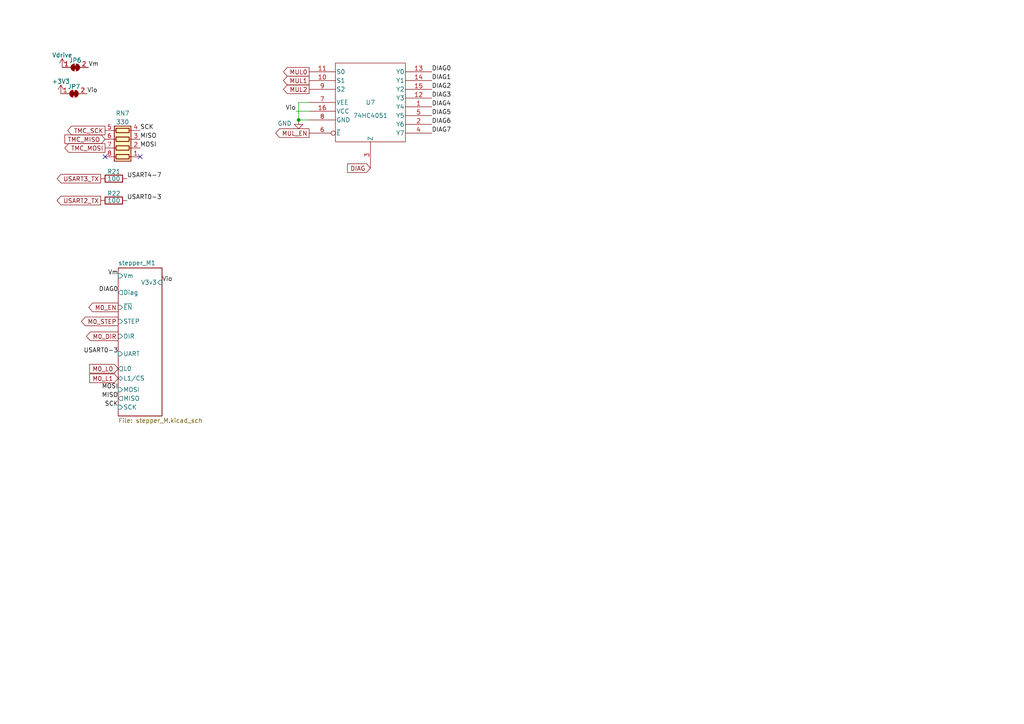
<source format=kicad_sch>
(kicad_sch (version 20211123) (generator eeschema)
  (paper "A4")
  (lib_symbols
    (symbol "Device:R" (pin_numbers hide) (pin_names (offset 0))
      (property "Reference" "R" (at 2.032 0 90))
      (property "Value" "R" (at 0 0 90))
      (symbol "R_0_1"
        (rectangle (start -1.016 -2.54) (end 1.016 2.54) (stroke (width 0.254)))
      )
      (symbol "R_1_1"
        (pin passive line (at 0 3.81 270) (length 1.27) (name "~") (number "1"))
        (pin passive line (at 0 -3.81 90) (length 1.27) (name "~") (number "2"))
      )
    )
    (symbol "Device:R_Pack04" (pin_names (offset 0) hide)
      (property "Reference" "RN" (at -7.62 0 90))
      (property "Value" "R_Pack04" (at 5.08 0 90))
      (symbol "R_Pack04_0_1"
        (rectangle (start -6.35 -2.413) (end 3.81 2.413) (stroke (width 0.254)) (fill (type background)))
        (rectangle (start -5.715 1.905) (end -4.445 -1.905) (stroke (width 0.254)))
        (rectangle (start -3.175 1.905) (end -1.905 -1.905) (stroke (width 0.254)))
        (rectangle (start -0.635 1.905) (end 0.635 -1.905) (stroke (width 0.254)))
        (polyline (pts (xy -5.08 -2.54) (xy -5.08 -1.905)))
        (polyline (pts (xy -5.08 1.905) (xy -5.08 2.54)))
        (polyline (pts (xy -2.54 -2.54) (xy -2.54 -1.905)))
        (polyline (pts (xy -2.54 1.905) (xy -2.54 2.54)))
        (polyline (pts (xy 0 -2.54) (xy 0 -1.905)))
        (polyline (pts (xy 0 1.905) (xy 0 2.54)))
        (polyline (pts (xy 2.54 -2.54) (xy 2.54 -1.905)))
        (polyline (pts (xy 2.54 1.905) (xy 2.54 2.54)))
        (rectangle (start 1.905 1.905) (end 3.175 -1.905) (stroke (width 0.254)))
      )
      (symbol "R_Pack04_1_1"
        (pin passive line (at -5.08 -5.08 90) (length 2.54) (name "R1.1") (number "1"))
        (pin passive line (at -2.54 -5.08 90) (length 2.54) (name "R2.1") (number "2"))
        (pin passive line (at 0 -5.08 90) (length 2.54) (name "R3.1") (number "3"))
        (pin passive line (at 2.54 -5.08 90) (length 2.54) (name "R4.1") (number "4"))
        (pin passive line (at 2.54 5.08 270) (length 2.54) (name "R4.2") (number "5"))
        (pin passive line (at 0 5.08 270) (length 2.54) (name "R3.2") (number "6"))
        (pin passive line (at -2.54 5.08 270) (length 2.54) (name "R2.2") (number "7"))
        (pin passive line (at -5.08 5.08 270) (length 2.54) (name "R1.2") (number "8"))
      )
    )
    (symbol "Jumper:SolderJumper_2_Bridged" (pin_names (offset 0) hide)
      (property "Reference" "JP" (at 0 2.032 0))
      (property "Value" "SolderJumper_2_Bridged" (at 0 -2.54 0))
      (symbol "SolderJumper_2_Bridged_0_1"
        (rectangle (start -0.508 0.508) (end 0.508 -0.508) (fill (type outline)))
        (arc (start -0.254 1.016) (mid -1.27 0) (end -0.254 -1.016))
        (arc (start -0.254 1.016) (mid -1.27 0) (end -0.254 -1.016) (fill (type outline)))
        (polyline (pts (xy -0.254 1.016) (xy -0.254 -1.016)))
        (polyline (pts (xy 0.254 1.016) (xy 0.254 -1.016)))
        (arc (start 0.254 -1.016) (mid 1.27 0) (end 0.254 1.016))
        (arc (start 0.254 -1.016) (mid 1.27 0) (end 0.254 1.016) (fill (type outline)))
      )
      (symbol "SolderJumper_2_Bridged_1_1"
        (pin passive line (at -3.81 0 0) (length 2.54) (name "A") (number "1"))
        (pin passive line (at 3.81 0 180) (length 2.54) (name "B") (number "2"))
      )
    )
    (symbol "power:+3.3V" (power) (pin_names (offset 0))
      (property "Value" "+3.3V" (at 0 3.556 0))
      (symbol "+3.3V_0_1"
        (polyline (pts (xy -0.762 1.27) (xy 0 2.54)))
        (polyline (pts (xy 0 0) (xy 0 2.54)))
        (polyline (pts (xy 0 2.54) (xy 0.762 1.27)))
      )
      (symbol "+3.3V_1_1"
        (pin power_in line (at 0 0 90) (length 0) hide (name "+3V3") (number "1"))
      )
    )
    (symbol "power:GND" (power) (pin_names (offset 0))
      (property "Value" "GND" (at 0 -3.81 0))
      (symbol "GND_0_1"
        (polyline (pts (xy 0 0) (xy 0 -1.27) (xy 1.27 -1.27) (xy 0 -2.54) (xy -1.27 -1.27) (xy 0 -1.27)))
      )
      (symbol "GND_1_1"
        (pin power_in line (at 0 0 270) (length 0) hide (name "GND") (number "1"))
      )
    )
    (symbol "power:Vdrive" (power) (pin_names (offset 0))
      (property "Value" "Vdrive" (at 0 3.81 0))
      (symbol "Vdrive_0_1"
        (polyline (pts (xy -0.762 1.27) (xy 0 2.54)))
        (polyline (pts (xy 0 0) (xy 0 2.54)))
        (polyline (pts (xy 0 2.54) (xy 0.762 1.27)))
      )
      (symbol "Vdrive_1_1"
        (pin power_in line (at 0 0 90) (length 0) hide (name "Vdrive") (number "1"))
      )
    )
    (symbol "stm32-rescue:74HC4051" (pin_names (offset 0.254))
      (property "Reference" "U" (at 0 0 0))
      (property "Value" "74HC4051" (at 0 -3.81 0))
      (symbol "74HC4051_0_1"
        (rectangle (start -10.16 11.43) (end 10.16 -11.43))
      )
      (symbol "74HC4051_1_1"
        (pin bidirectional line (at 17.78 -1.27 180) (length 7.62) (name "Y4") (number "1"))
        (pin input line (at -17.78 6.35 0) (length 7.62) (name "S1") (number "10"))
        (pin input line (at -17.78 8.89 0) (length 7.62) (name "S0") (number "11"))
        (pin bidirectional line (at 17.78 1.27 180) (length 7.62) (name "Y3") (number "12"))
        (pin bidirectional line (at 17.78 8.89 180) (length 7.62) (name "Y0") (number "13"))
        (pin bidirectional line (at 17.78 6.35 180) (length 7.62) (name "Y1") (number "14"))
        (pin bidirectional line (at 17.78 3.81 180) (length 7.62) (name "Y2") (number "15"))
        (pin power_in line (at -17.78 -2.54 0) (length 7.62) (name "VCC") (number "16"))
        (pin bidirectional line (at 17.78 -6.35 180) (length 7.62) (name "Y6") (number "2"))
        (pin bidirectional line (at 0 -19.05 90) (length 7.62) (name "Z") (number "3"))
        (pin bidirectional line (at 17.78 -8.89 180) (length 7.62) (name "Y7") (number "4"))
        (pin bidirectional line (at 17.78 -3.81 180) (length 7.62) (name "Y5") (number "5"))
        (pin input inverted (at -17.78 -8.89 0) (length 7.62) (name "~{E}") (number "6"))
        (pin power_in line (at -17.78 0 0) (length 7.62) (name "VEE") (number "7"))
        (pin power_in line (at -17.78 -5.08 0) (length 7.62) (name "GND") (number "8"))
        (pin input line (at -17.78 3.81 0) (length 7.62) (name "S2") (number "9"))
      )
    )
  )
  (junction (at 86.614 34.798))
  (no_connect (at 40.64 45.466))
  (no_connect (at 30.48 45.466))
  (wire (pts (xy 86.614 34.798) (xy 89.662 34.798)))
  (wire (pts (xy 89.662 29.718) (xy 86.614 29.718)))
  (wire (pts (xy 86.614 29.718) (xy 86.614 34.798)))
  (wire (pts (xy 85.852 32.258) (xy 89.662 32.258)))
  (label "DIAG0" (at 125.222 20.828 0))
  (label "DIAG7" (at 125.222 38.608 0))
  (label "MISO" (at 40.64 40.386 0))
  (label "Vm" (at 34.29 80.01 180))
  (label "USART0-3" (at 34.29 102.616 180))
  (label "Vio" (at 25.273 27.178 0))
  (label "DIAG3" (at 125.222 28.448 0))
  (label "DIAG6" (at 125.222 36.068 0))
  (label "SCK" (at 34.29 118.11 180))
  (label "Vm" (at 25.654 19.558 0))
  (label "SCK" (at 40.64 37.846 0))
  (label "MOSI" (at 40.64 42.926 0))
  (label "USART4-7" (at 36.83 51.816 0))
  (label "DIAG1" (at 125.222 23.368 0))
  (label "DIAG0" (at 34.29 84.836 180))
  (label "Vio" (at 85.852 32.258 180))
  (label "DIAG2" (at 125.222 25.908 0))
  (label "USART0-3" (at 36.83 58.166 0))
  (label "MOSI" (at 34.29 113.03 180))
  (label "DIAG5" (at 125.222 33.528 0))
  (label "Vio" (at 46.99 81.915 0))
  (label "DIAG4" (at 125.222 30.988 0))
  (label "MISO" (at 34.29 115.57 180))
  (global_label "MUL_EN" (shape output) (at 89.662 38.608 180) (property "Intersheet References" "${INTERSHEET_REFS}" (effects hide)))
  (global_label "M0_EN" (shape output) (at 34.29 89.154 180) (property "Intersheet References" "${INTERSHEET_REFS}" (effects hide)))
  (global_label "TMC_SCK" (shape output) (at 30.48 37.846 180) (property "Intersheet References" "${INTERSHEET_REFS}" (effects hide)))
  (global_label "M0_STEP" (shape output) (at 34.29 93.218 180) (property "Intersheet References" "${INTERSHEET_REFS}" (effects hide)))
  (global_label "MUL0" (shape output) (at 89.662 20.828 180) (property "Intersheet References" "${INTERSHEET_REFS}" (effects hide)))
  (global_label "USART2_TX" (shape output) (at 29.21 58.166 180) (property "Intersheet References" "${INTERSHEET_REFS}" (effects hide)))
  (global_label "USART3_TX" (shape output) (at 29.21 51.816 180) (property "Intersheet References" "${INTERSHEET_REFS}" (effects hide)))
  (global_label "DIAG" (shape input) (at 107.442 48.768 180) (property "Intersheet References" "${INTERSHEET_REFS}" (effects hide)))
  (global_label "M0_L0" (shape input) (at 34.29 106.934 180) (property "Intersheet References" "${INTERSHEET_REFS}" (effects hide)))
  (global_label "M0_DIR" (shape output) (at 34.29 97.536 180) (property "Intersheet References" "${INTERSHEET_REFS}" (effects hide)))
  (global_label "TMC_MISO" (shape input) (at 30.48 40.386 180) (property "Intersheet References" "${INTERSHEET_REFS}" (effects hide)))
  (global_label "M0_L1" (shape input) (at 34.29 109.728 180) (property "Intersheet References" "${INTERSHEET_REFS}" (effects hide)))
  (global_label "MUL2" (shape output) (at 89.662 25.908 180) (property "Intersheet References" "${INTERSHEET_REFS}" (effects hide)))
  (global_label "TMC_MOSI" (shape output) (at 30.48 42.926 180) (property "Intersheet References" "${INTERSHEET_REFS}" (effects hide)))
  (global_label "MUL1" (shape output) (at 89.662 23.368 180) (property "Intersheet References" "${INTERSHEET_REFS}" (effects hide)))
  (symbol (lib_id "Jumper:SolderJumper_2_Bridged") (at 21.844 19.558 0) (unit 1)
    (property "Reference" "JP6" (at 21.844 17.5062 0))
    (property "Value" "SolderJumper_2_Bridged" (effects hide))
    (property "Footprint" "Jumper:SolderJumper-2_P1.3mm_Open_TrianglePad1.0x1.5mm" (effects hide))
  )
  (symbol (lib_id "Device:R") (at 33.02 58.166 90) (unit 1)
    (property "Reference" "R22" (at 33.02 56.134 90))
    (property "Value" "100" (at 33.02 58.166 90))
    (property "Footprint" "Resistor_SMD:R_0603_1608Metric_Pad0.98x0.95mm_HandSolder" (effects hide))
  )
  (symbol (lib_id "power:GND") (at 86.614 34.798 0) (unit 1)
    (property "Reference" "#PWR038" (effects hide))
    (property "Value" "GND" (at 82.55 35.814 0))
  )
  (symbol (lib_id "power:Vdrive") (at 18.034 19.558 0) (unit 1)
    (property "Reference" "#PWR018" (effects hide))
    (property "Value" "Vdrive" (at 18.034 15.9822 0))
  )
  (symbol (lib_id "Jumper:SolderJumper_2_Bridged") (at 21.463 27.178 0) (unit 1)
    (property "Reference" "JP7" (at 21.463 25.1262 0))
    (property "Value" "SolderJumper_2_Bridged" (effects hide))
    (property "Footprint" "Jumper:SolderJumper-2_P1.3mm_Open_TrianglePad1.0x1.5mm" (effects hide))
  )
  (symbol (lib_id "stm32-rescue:74HC4051") (at 107.442 29.718 0) (unit 1)
    (property "Reference" "U7" (at 107.442 29.718 0))
    (property "Value" "74HC4051" (at 107.442 33.528 0))
    (property "Footprint" "Package_SO:SOIC-16_3.9x9.9mm_P1.27mm" (effects hide))
  )
  (symbol (lib_id "Device:R") (at 33.02 51.816 90) (unit 1)
    (property "Reference" "R21" (at 33.02 49.784 90))
    (property "Value" "100" (at 33.02 51.816 90))
    (property "Footprint" "Resistor_SMD:R_0603_1608Metric_Pad0.98x0.95mm_HandSolder" (effects hide))
  )
  (symbol (lib_id "Device:R_Pack04") (at 35.56 40.386 90) (unit 1)
    (property "Reference" "RN7" (at 35.56 32.8762 90))
    (property "Value" "330" (at 35.56 35.4131 90))
    (property "Footprint" "Resistor_SMD:R_Array_Convex_4x0603" (effects hide))
  )
  (symbol (lib_id "power:+3.3V") (at 17.653 27.178 0) (unit 1)
    (property "Reference" "#PWR037" (effects hide))
    (property "Value" "+3.3V" (at 17.653 23.622 0))
  )
  (sheet (at 34.29 77.724) (size 12.7 42.926) (stroke (width 0.1524))
    (property "Sheet name" "stepper_M1" (at 34.29 77.0124 0) (effects (justify left bottom)))
    (property "Sheet file" "stepper_M.kicad_sch" (at 34.29 121.2346 0) (effects (justify left top)))
    (pin "Vm" input (at 34.29 80.01 180))
    (pin "Diag" output (at 34.29 84.836 180))
    (pin "~{EN}" input (at 34.29 89.154 180))
    (pin "STEP" input (at 34.29 93.218 180))
    (pin "DIR" input (at 34.29 97.536 180))
    (pin "MOSI" input (at 34.29 113.03 180))
    (pin "MISO" output (at 34.29 115.57 180))
    (pin "SCK" input (at 34.29 118.11 180))
    (pin "L1{slash}CS" bidirectional (at 34.29 109.728 180))
    (pin "UART" input (at 34.29 102.616 180))
    (pin "L0" output (at 34.29 106.934 180))
    (pin "V3v3" input (at 46.99 81.915 0))
  )
)
</source>
